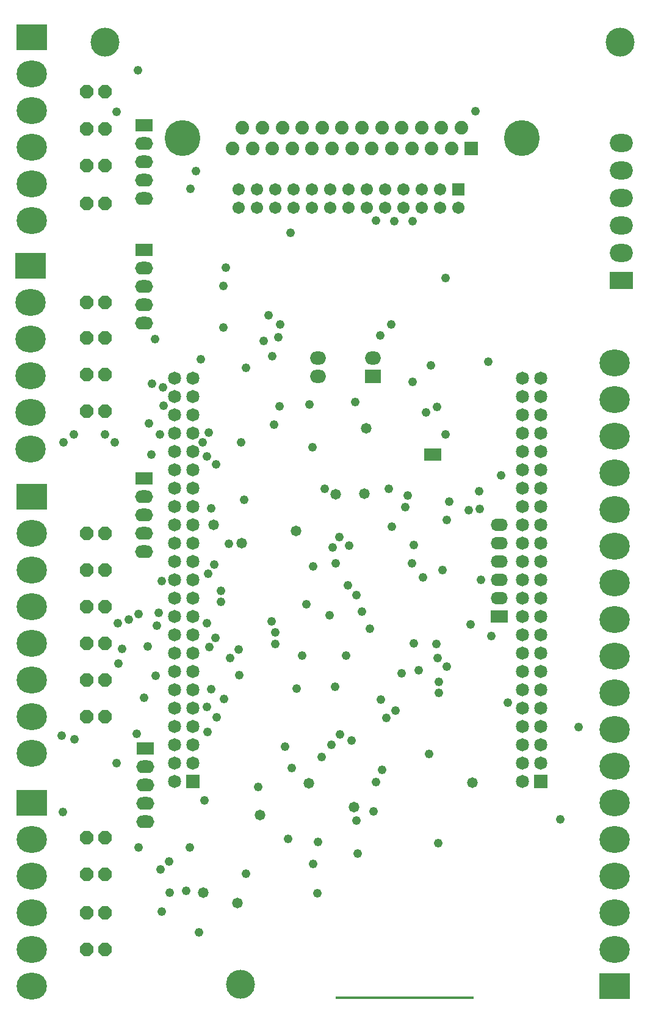
<source format=gbs>
%FSTAX24Y24*%
%MOIN*%
G70*
G01*
G75*
G04 Layer_Color=16711935*
%ADD10R,0.0500X0.0394*%
%ADD11R,0.7500X0.0100*%
%ADD12R,0.0500X0.0500*%
G04:AMPARAMS|DCode=13|XSize=37.4mil|YSize=19.7mil|CornerRadius=2.5mil|HoleSize=0mil|Usage=FLASHONLY|Rotation=180.000|XOffset=0mil|YOffset=0mil|HoleType=Round|Shape=RoundedRectangle|*
%AMROUNDEDRECTD13*
21,1,0.0374,0.0148,0,0,180.0*
21,1,0.0325,0.0197,0,0,180.0*
1,1,0.0049,-0.0162,0.0074*
1,1,0.0049,0.0162,0.0074*
1,1,0.0049,0.0162,-0.0074*
1,1,0.0049,-0.0162,-0.0074*
%
%ADD13ROUNDEDRECTD13*%
%ADD14R,0.0500X0.0500*%
%ADD15R,0.0394X0.0500*%
%ADD16R,0.0390X0.0120*%
%ADD17O,0.1457X0.0256*%
%ADD18O,0.0118X0.0532*%
%ADD19C,0.0160*%
%ADD20C,0.0080*%
%ADD21C,0.0120*%
%ADD22C,0.0200*%
%ADD23C,0.0100*%
%ADD24C,0.1500*%
%ADD25C,0.1874*%
%ADD26C,0.0665*%
%ADD27R,0.0665X0.0665*%
%ADD28O,0.1575X0.1360*%
%ADD29R,0.1575X0.1360*%
%ADD30R,0.0638X0.0638*%
%ADD31C,0.0638*%
%ADD32C,0.0591*%
%ADD33R,0.0591X0.0591*%
%ADD34P,0.0714X8X202.5*%
%ADD35O,0.0900X0.0620*%
%ADD36R,0.0900X0.0620*%
%ADD37O,0.0850X0.0600*%
%ADD38R,0.0850X0.0600*%
%ADD39O,0.0800X0.0640*%
%ADD40R,0.0800X0.0640*%
%ADD41R,0.1181X0.0902*%
%ADD42O,0.1181X0.0902*%
%ADD43C,0.0400*%
%ADD44C,0.0500*%
%ADD45C,0.0400*%
%ADD46C,0.0079*%
%ADD47C,0.0050*%
%ADD48C,0.0060*%
%ADD49C,0.0098*%
%ADD50C,0.0070*%
%ADD51C,0.0040*%
%ADD52C,0.0059*%
%ADD53R,0.0315X0.0945*%
%ADD54R,0.0580X0.0474*%
%ADD55R,0.7580X0.0180*%
%ADD56R,0.0580X0.0580*%
G04:AMPARAMS|DCode=57|XSize=45.4mil|YSize=27.7mil|CornerRadius=6.5mil|HoleSize=0mil|Usage=FLASHONLY|Rotation=180.000|XOffset=0mil|YOffset=0mil|HoleType=Round|Shape=RoundedRectangle|*
%AMROUNDEDRECTD57*
21,1,0.0454,0.0148,0,0,180.0*
21,1,0.0325,0.0277,0,0,180.0*
1,1,0.0129,-0.0162,0.0074*
1,1,0.0129,0.0162,0.0074*
1,1,0.0129,0.0162,-0.0074*
1,1,0.0129,-0.0162,-0.0074*
%
%ADD57ROUNDEDRECTD57*%
%ADD58R,0.0580X0.0580*%
%ADD59R,0.0474X0.0580*%
%ADD60R,0.0470X0.0200*%
%ADD61O,0.1537X0.0336*%
%ADD62O,0.0158X0.0572*%
%ADD63C,0.1580*%
%ADD64C,0.1954*%
%ADD65C,0.0745*%
%ADD66R,0.0745X0.0745*%
%ADD67O,0.1655X0.1440*%
%ADD68R,0.1655X0.1440*%
%ADD69R,0.0718X0.0718*%
%ADD70C,0.0718*%
%ADD71C,0.0671*%
%ADD72R,0.0671X0.0671*%
%ADD73P,0.0801X8X202.5*%
%ADD74O,0.0980X0.0700*%
%ADD75R,0.0980X0.0700*%
%ADD76O,0.0930X0.0680*%
%ADD77R,0.0930X0.0680*%
%ADD78O,0.0880X0.0720*%
%ADD79R,0.0880X0.0720*%
%ADD80R,0.1261X0.0982*%
%ADD81O,0.1261X0.0982*%
%ADD82C,0.0480*%
%ADD83C,0.0580*%
D55*
X044926Y009795D02*
D03*
D63*
X0567Y06195D02*
D03*
X02855D02*
D03*
X03595Y01055D02*
D03*
D64*
X051312Y05671D02*
D03*
X032788D02*
D03*
D65*
X035528Y056151D02*
D03*
X036071Y057269D02*
D03*
X036615Y056151D02*
D03*
X037158Y057269D02*
D03*
X037702Y056151D02*
D03*
X038245Y057269D02*
D03*
X038789Y056151D02*
D03*
X039332Y057269D02*
D03*
X039876Y056151D02*
D03*
X040419Y057269D02*
D03*
X040963Y056151D02*
D03*
X041507Y057269D02*
D03*
X04205Y056151D02*
D03*
X042593Y057269D02*
D03*
X043137Y056151D02*
D03*
X043681Y057269D02*
D03*
X044224Y056151D02*
D03*
X044768Y057269D02*
D03*
X045311Y056151D02*
D03*
X045855Y057269D02*
D03*
X046398Y056151D02*
D03*
X046942Y057269D02*
D03*
X047485Y056151D02*
D03*
X048029Y057269D02*
D03*
D66*
X048572Y056151D02*
D03*
D67*
X0245Y03975D02*
D03*
Y04175D02*
D03*
Y04375D02*
D03*
Y04575D02*
D03*
Y04775D02*
D03*
X02455Y03515D02*
D03*
Y03315D02*
D03*
Y03115D02*
D03*
Y02915D02*
D03*
Y02715D02*
D03*
Y02515D02*
D03*
Y02315D02*
D03*
Y0522D02*
D03*
Y0542D02*
D03*
Y0562D02*
D03*
Y0582D02*
D03*
Y0602D02*
D03*
Y010454D02*
D03*
Y012454D02*
D03*
Y014454D02*
D03*
Y016454D02*
D03*
Y018454D02*
D03*
X0564Y01245D02*
D03*
Y01445D02*
D03*
Y01645D02*
D03*
Y01845D02*
D03*
Y02045D02*
D03*
Y02245D02*
D03*
Y02445D02*
D03*
Y02645D02*
D03*
Y02845D02*
D03*
Y03045D02*
D03*
Y03245D02*
D03*
Y03445D02*
D03*
Y03645D02*
D03*
Y03845D02*
D03*
Y04045D02*
D03*
Y04245D02*
D03*
Y04445D02*
D03*
D68*
X0245Y04975D02*
D03*
X02455Y03715D02*
D03*
Y0622D02*
D03*
Y020454D02*
D03*
X0564Y01045D02*
D03*
D69*
X03335Y0216D02*
D03*
X05235D02*
D03*
D70*
X03235D02*
D03*
X03335Y0226D02*
D03*
X03235D02*
D03*
X03335Y0236D02*
D03*
X03235D02*
D03*
X03335Y0246D02*
D03*
X03235D02*
D03*
X03335Y0256D02*
D03*
X03235D02*
D03*
X03335Y0266D02*
D03*
X03235D02*
D03*
X03335Y0276D02*
D03*
X03235D02*
D03*
X03335Y0286D02*
D03*
X03235D02*
D03*
X03335Y0296D02*
D03*
X03235D02*
D03*
X03335Y0306D02*
D03*
X03235D02*
D03*
X03335Y0316D02*
D03*
X03235D02*
D03*
X03335Y0326D02*
D03*
X03235D02*
D03*
X03335Y0336D02*
D03*
X03235D02*
D03*
X03335Y0346D02*
D03*
X03235D02*
D03*
X03335Y0356D02*
D03*
X03235D02*
D03*
X03335Y0366D02*
D03*
X03235D02*
D03*
X03335Y0376D02*
D03*
X03235D02*
D03*
X03335Y0386D02*
D03*
X03235D02*
D03*
X03335Y0396D02*
D03*
X03235D02*
D03*
X03335Y0406D02*
D03*
X03235D02*
D03*
X03335Y0416D02*
D03*
X03235D02*
D03*
X03335Y0426D02*
D03*
X03235D02*
D03*
X03335Y0436D02*
D03*
X03235D02*
D03*
X05135Y0216D02*
D03*
X05235Y0226D02*
D03*
X05135D02*
D03*
X05235Y0236D02*
D03*
X05135D02*
D03*
X05235Y0246D02*
D03*
X05135D02*
D03*
X05235Y0256D02*
D03*
X05135D02*
D03*
X05235Y0266D02*
D03*
X05135D02*
D03*
X05235Y0276D02*
D03*
X05135D02*
D03*
X05235Y0286D02*
D03*
X05135D02*
D03*
X05235Y0296D02*
D03*
X05135D02*
D03*
X05235Y0306D02*
D03*
X05135D02*
D03*
X05235Y0316D02*
D03*
X05135D02*
D03*
X05235Y0326D02*
D03*
X05135D02*
D03*
X05235Y0336D02*
D03*
X05135D02*
D03*
X05235Y0346D02*
D03*
X05135D02*
D03*
X05235Y0356D02*
D03*
X05135D02*
D03*
X05235Y0366D02*
D03*
X05135D02*
D03*
X05235Y0376D02*
D03*
X05135D02*
D03*
X05235Y0386D02*
D03*
X05135D02*
D03*
X05235Y0396D02*
D03*
X05135D02*
D03*
X05235Y0406D02*
D03*
X05135D02*
D03*
X05235Y0416D02*
D03*
X05135D02*
D03*
X05235Y0426D02*
D03*
X05135D02*
D03*
X05235Y0436D02*
D03*
X05135D02*
D03*
D71*
X03585Y0529D02*
D03*
Y0539D02*
D03*
X03685Y0529D02*
D03*
Y0539D02*
D03*
X03785Y0529D02*
D03*
Y0539D02*
D03*
X03885Y0529D02*
D03*
Y0539D02*
D03*
X03985Y0529D02*
D03*
Y0539D02*
D03*
X04085Y0529D02*
D03*
Y0539D02*
D03*
X04185Y0529D02*
D03*
Y0539D02*
D03*
X04285Y0529D02*
D03*
Y0539D02*
D03*
X04385Y0529D02*
D03*
Y0539D02*
D03*
X04485Y0529D02*
D03*
Y0539D02*
D03*
X04585Y0529D02*
D03*
Y0539D02*
D03*
X04685Y0529D02*
D03*
Y0539D02*
D03*
X04785Y0529D02*
D03*
D72*
Y0539D02*
D03*
D73*
X02755Y05315D02*
D03*
X02855D02*
D03*
X02755Y0552D02*
D03*
X02855D02*
D03*
X02755Y0572D02*
D03*
X02855D02*
D03*
X02755Y05925D02*
D03*
X02855D02*
D03*
X02755Y0418D02*
D03*
X02855D02*
D03*
X02755Y0438D02*
D03*
X02855D02*
D03*
X02755Y0458D02*
D03*
X02855D02*
D03*
X02755Y03515D02*
D03*
X02855D02*
D03*
X02755Y03315D02*
D03*
X02855D02*
D03*
X02755Y03115D02*
D03*
X02855D02*
D03*
X02755Y02915D02*
D03*
X02855D02*
D03*
X02755Y02715D02*
D03*
X02855D02*
D03*
Y02515D02*
D03*
X02755D02*
D03*
Y01245D02*
D03*
X02855D02*
D03*
X02755Y01445D02*
D03*
X02855D02*
D03*
X02755Y01655D02*
D03*
X02855D02*
D03*
X02755Y01855D02*
D03*
X02855D02*
D03*
X02755Y04775D02*
D03*
X02855D02*
D03*
D74*
X0307Y03415D02*
D03*
Y03515D02*
D03*
Y03615D02*
D03*
Y03715D02*
D03*
X03075Y0194D02*
D03*
Y0204D02*
D03*
Y0214D02*
D03*
Y0224D02*
D03*
X0307Y0534D02*
D03*
Y0544D02*
D03*
Y0554D02*
D03*
Y0564D02*
D03*
Y0466D02*
D03*
Y0476D02*
D03*
Y0486D02*
D03*
Y0496D02*
D03*
D75*
Y03815D02*
D03*
X03075Y0234D02*
D03*
X0307Y0574D02*
D03*
Y0506D02*
D03*
D76*
X0501Y0356D02*
D03*
Y0346D02*
D03*
Y0336D02*
D03*
Y0326D02*
D03*
Y0316D02*
D03*
D77*
Y0306D02*
D03*
X046459Y039435D02*
D03*
D78*
X0402Y0447D02*
D03*
X0432D02*
D03*
X0402Y0437D02*
D03*
D79*
X0432D02*
D03*
D80*
X05675Y04895D02*
D03*
D81*
Y05045D02*
D03*
Y05195D02*
D03*
Y05345D02*
D03*
Y05495D02*
D03*
Y05645D02*
D03*
D82*
X043224Y019978D02*
D03*
X031112Y043309D02*
D03*
X037694Y044798D02*
D03*
X033779Y044652D02*
D03*
X034527Y033452D02*
D03*
X037785Y041088D02*
D03*
X035322Y034574D02*
D03*
X036165Y036963D02*
D03*
X031712Y0431D02*
D03*
X031571Y040544D02*
D03*
X038094Y04207D02*
D03*
X03175Y042096D02*
D03*
X041354Y034929D02*
D03*
X041877Y034477D02*
D03*
X040997Y034388D02*
D03*
X041173Y033493D02*
D03*
X04183Y032297D02*
D03*
X045318Y033498D02*
D03*
X045914Y032747D02*
D03*
X047211Y027862D02*
D03*
X04678Y026435D02*
D03*
X046743Y028342D02*
D03*
X049663Y029545D02*
D03*
X037855Y029739D02*
D03*
X037856Y029093D02*
D03*
X03993Y033333D02*
D03*
X046261Y023111D02*
D03*
X034882Y032015D02*
D03*
X034891Y031402D02*
D03*
X03425Y02895D02*
D03*
X034126Y030249D02*
D03*
X035852Y028812D02*
D03*
X035386Y028345D02*
D03*
X040393Y022955D02*
D03*
X038401Y023501D02*
D03*
X038745Y022328D02*
D03*
X040152Y015522D02*
D03*
X034003Y02058D02*
D03*
X030404Y01801D02*
D03*
X039939Y017111D02*
D03*
X041133Y026775D02*
D03*
X053425Y019532D02*
D03*
X039016Y026671D02*
D03*
X035889Y027418D02*
D03*
X034364Y026656D02*
D03*
X035058Y026104D02*
D03*
X034667Y025094D02*
D03*
X034165Y024322D02*
D03*
X034125Y025664D02*
D03*
X048515Y030167D02*
D03*
X049106Y032598D02*
D03*
X0292Y05815D02*
D03*
X0295Y02885D02*
D03*
X0303Y0242D02*
D03*
X033Y01565D02*
D03*
X0321Y01555D02*
D03*
X0346Y02945D02*
D03*
X0314Y0301D02*
D03*
X03205Y01725D02*
D03*
X0339Y0401D02*
D03*
X03165Y0145D02*
D03*
X0316Y0168D02*
D03*
X0269Y0239D02*
D03*
X02625Y01995D02*
D03*
X0262Y0241D02*
D03*
X029307Y028043D02*
D03*
X030689Y026166D02*
D03*
X031324Y027371D02*
D03*
X0304Y03075D02*
D03*
X0311Y03945D02*
D03*
X03095Y04115D02*
D03*
X0313Y04575D02*
D03*
X03035Y0604D02*
D03*
X0315Y0308D02*
D03*
X03165Y032528D02*
D03*
X02985Y03045D02*
D03*
X030895Y02896D02*
D03*
X02925Y03025D02*
D03*
X0291Y0401D02*
D03*
X02855Y04055D02*
D03*
X02685D02*
D03*
X0263Y0401D02*
D03*
X0292Y0226D02*
D03*
X044443Y02548D02*
D03*
X034199Y03293D02*
D03*
X042012Y023839D02*
D03*
X042348Y017669D02*
D03*
X040926Y0236D02*
D03*
X038573Y018471D02*
D03*
X040188Y018298D02*
D03*
X041408Y024176D02*
D03*
X040834Y030658D02*
D03*
X043026Y029942D02*
D03*
X04368Y022253D02*
D03*
X041717Y028462D02*
D03*
X043916Y025082D02*
D03*
X04362Y026084D02*
D03*
X044758Y02752D02*
D03*
X042586Y030867D02*
D03*
X037669Y030339D02*
D03*
X039561Y031261D02*
D03*
X039332Y02848D02*
D03*
X042288Y031765D02*
D03*
X050562Y025909D02*
D03*
X033686Y01336D02*
D03*
X034349Y036505D02*
D03*
X034635Y038902D02*
D03*
X034135Y039347D02*
D03*
X03422Y040639D02*
D03*
X036265Y044162D02*
D03*
X037507Y047036D02*
D03*
X044219Y035504D02*
D03*
X044062Y037584D02*
D03*
X046348Y044324D02*
D03*
X04535Y05219D02*
D03*
Y043396D02*
D03*
X046677Y042046D02*
D03*
X044358Y052172D02*
D03*
X044177Y046544D02*
D03*
X043602Y045936D02*
D03*
X04335Y052209D02*
D03*
X040572Y037572D02*
D03*
X039909Y039841D02*
D03*
X039733Y042187D02*
D03*
X042243Y042297D02*
D03*
X038691Y051543D02*
D03*
X033223Y053926D02*
D03*
X037227Y045653D02*
D03*
X03503Y048649D02*
D03*
X035145Y049641D02*
D03*
X035034Y04638D02*
D03*
X033538Y054911D02*
D03*
X048792Y058187D02*
D03*
X047161Y040554D02*
D03*
X047155Y049066D02*
D03*
X049492Y044499D02*
D03*
X044969Y036565D02*
D03*
X049019Y036482D02*
D03*
X048419Y036392D02*
D03*
X048981Y037454D02*
D03*
X050208Y03832D02*
D03*
X047356Y03689D02*
D03*
X047212Y035865D02*
D03*
X045092Y037224D02*
D03*
X046761Y018225D02*
D03*
X042289Y019463D02*
D03*
X036941Y021296D02*
D03*
X054425Y024581D02*
D03*
X038022Y045826D02*
D03*
X038129Y046543D02*
D03*
X036248Y016584D02*
D03*
X033184Y018006D02*
D03*
X036001Y040094D02*
D03*
X046085Y04175D02*
D03*
X043364Y021571D02*
D03*
X045412Y029132D02*
D03*
X046675Y029095D02*
D03*
X045411Y034512D02*
D03*
X046983Y033138D02*
D03*
X046793Y027035D02*
D03*
X045704Y027658D02*
D03*
D83*
X042159Y020207D02*
D03*
X034492Y03562D02*
D03*
X036018Y034605D02*
D03*
X033919Y01555D02*
D03*
X042824Y040867D02*
D03*
X048622Y021551D02*
D03*
X039688Y021514D02*
D03*
X03703Y019776D02*
D03*
X042727Y037315D02*
D03*
X03581Y014965D02*
D03*
X041164Y037281D02*
D03*
X038978Y035278D02*
D03*
M02*

</source>
